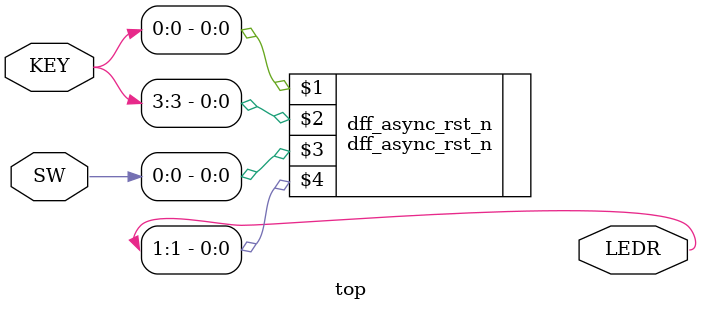
<source format=v>

module top (SW, KEY, LEDR);

    input wire [9:0] SW;        // DE-series switches
    input wire [3:0] KEY;       // DE-series pushbuttons

    output wire [9:0] LEDR;     // DE-series LEDs   

    dff_async_rst_n dff_async_rst_n (KEY[0], KEY[3], SW[0], LEDR[1]);
 
endmodule


</source>
